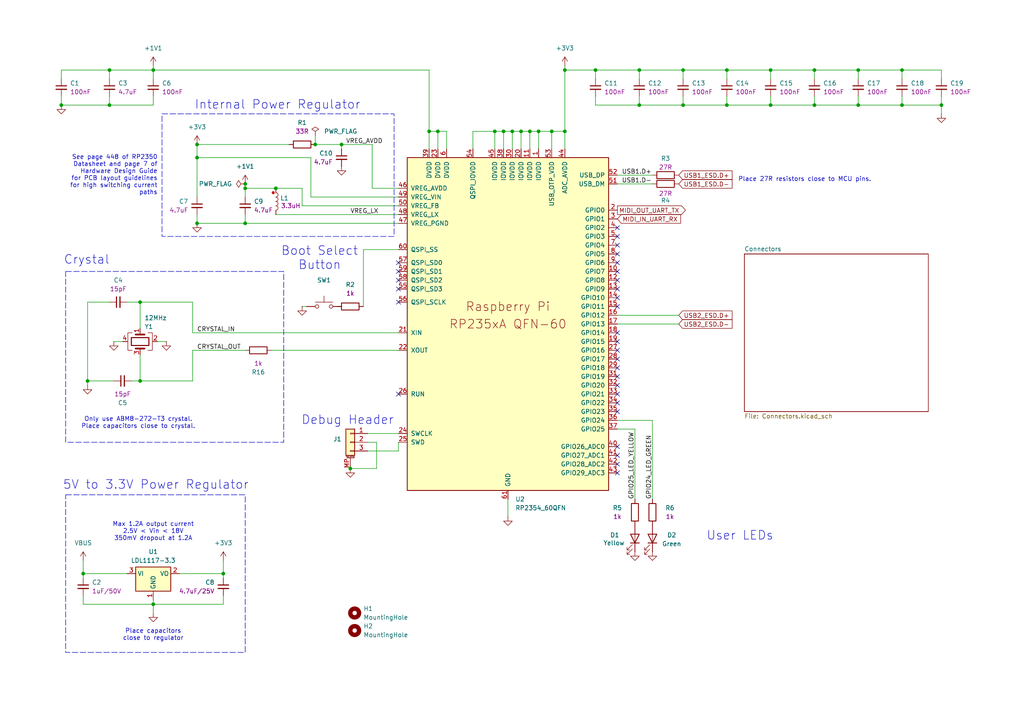
<source format=kicad_sch>
(kicad_sch (version 20250114) (generator "eeschema") (generator_version "9.0")
  (paper "A4")
  (lib_symbols
    (symbol "Lichen:100nF_0402_50V" (pin_numbers (hide yes)) (pin_names (offset 0.254) (hide yes))
      (property "Reference" "C12" (at 2.54 1.2638 0))
      (property "Display" "100nF" (at 2.54 -1.2762 0))
      (symbol "100nF_0402_50V_1_1"
        (pin passive line (at 0 2.54 270) (length 2.032) (name "~") (number "1"))
        (pin passive line (at 0 -2.54 90) (length 2.032) (name "~") (number "2"))
      )
    )
    (symbol "Lichen:15pF_0402" (pin_numbers (hide yes)) (pin_names (offset 0.254) (hide yes))
      (property "Reference" "C18" (at 2.54 1.2638 0))
      (property "Display" "15pF" (at 2.54 -1.2762 0))
      (symbol "15pF_0402_1_1"
        (pin passive line (at 0 2.54 270) (length 2.032) (name "~") (number "1"))
        (pin passive line (at 0 -2.54 90) (length 2.032) (name "~") (number "2"))
      )
    )
    (symbol "Lichen:1k_0402" (pin_numbers (hide yes)) (pin_names (offset 0))
      (property "Reference" "R6" (at -5.08 -1.27 0))
      (property "Display" "1k" (at -5.08 1.27 0))
      (symbol "1k_0402_1_1"
        (pin passive line (at 0 3.81 270) (length 1.27) (name "~") (number "1"))
        (pin passive line (at 0 -3.81 90) (length 1.27) (name "~") (number "2"))
      )
    )
    (symbol "Lichen:1uF_0805_50V" (pin_numbers (hide yes)) (pin_names (offset 0.254) (hide yes))
      (property "Reference" "C1" (at 2.54 1.2638 0))
      (property "Display" "1uF/50V" (at 2.54 -1.2762 0))
      (symbol "1uF_0805_50V_1_1"
        (pin passive line (at 0 2.54 270) (length 2.032) (name "~") (number "1"))
        (pin passive line (at 0 -2.54 90) (length 2.032) (name "~") (number "2"))
      )
    )
    (symbol "Lichen:27R_0402" (pin_numbers (hide yes)) (pin_names (offset 0))
      (property "Reference" "R3" (at 4.826 0 90))
      (property "Display" "27R" (at 2.286 0 90))
      (symbol "27R_0402_1_1"
        (pin passive line (at 0 3.81 270) (length 1.27) (name "~") (number "1"))
        (pin passive line (at 0 -3.81 90) (length 1.27) (name "~") (number "2"))
      )
    )
    (symbol "Lichen:33R_0402" (pin_numbers (hide yes)) (pin_names (offset 0))
      (property "Reference" "R1" (at 6.35 0 90))
      (property "Display" "33R" (at 3.81 0 90))
      (symbol "33R_0402_1_1"
        (pin passive line (at 0 3.81 270) (length 1.27) (name "~") (number "1"))
        (pin passive line (at 0 -3.81 90) (length 1.27) (name "~") (number "2"))
      )
    )
    (symbol "Lichen:4.7uF_0402" (pin_numbers (hide yes)) (pin_names (offset 0.254) (hide yes))
      (property "Reference" "C3" (at 2.54 1.2638 0))
      (property "Display" "4.7uF" (at 2.54 -1.2762 0))
      (symbol "4.7uF_0402_1_1"
        (pin passive line (at 0 2.54 270) (length 2.032) (name "~") (number "1"))
        (pin passive line (at 0 -2.54 90) (length 2.032) (name "~") (number "2"))
      )
    )
    (symbol "Lichen:4.7uF_0805_25V" (pin_numbers (hide yes)) (pin_names (offset 0.254) (hide yes))
      (property "Reference" "C2" (at 2.54 1.2638 0))
      (property "Display" "4.7uF/25V" (at 2.54 -1.2762 0))
      (symbol "4.7uF_0805_25V_1_1"
        (pin passive line (at 0 2.54 270) (length 2.032) (name "~") (number "1"))
        (pin passive line (at 0 -2.54 90) (length 2.032) (name "~") (number "2"))
      )
    )
    (symbol "Lichen:Button_Switch_SMD_Push_1P1T_Wurth" (pin_numbers (hide yes)) (pin_names (offset 1.016) (hide yes))
      (property "Reference" "SW1" (at 0 7.62 0))
      (symbol "Button_Switch_SMD_Push_1P1T_Wurth_0_1"
        (pin passive line (at -5.08 0 0) (length 2.54) (name "1") (number "1"))
        (pin passive line (at 5.08 0 180) (length 2.54) (name "2") (number "2"))
      )
    )
    (symbol "Lichen:Crystal_12MHz_Abracon_ABM8-272-T3" (pin_names (offset 1.016) (hide yes))
      (property "Reference" "Y1" (at 7.366 -9.906 90))
      (property "Value" "Crystal_12MHz_Abracon_ABM8-272-T3" (at 4.826 -9.906 90))
      (symbol "Crystal_12MHz_Abracon_ABM8-272-T3_1_1"
        (pin passive line (at -3.81 0 0) (length 1.27) (name "1") (number "1"))
        (pin passive line (at 0 5.08 270) (length 1.27) (name "2") (number "2"))
        (pin passive line (at 0 -5.08 90) (length 1.27) (name "4") (number "4"))
        (pin passive line (at 3.81 0 180) (length 1.27) (name "3") (number "3"))
      )
    )
    (symbol "Lichen:LDL1117S33R"
      (property "Reference" "U1" (at 0 6.35 0))
      (property "Value" "LDL1117-3.3" (at 0 3.81 0))
      (symbol "LDL1117S33R_1_1"
        (pin power_in line (at -7.62 0 0) (length 2.54) (name "VI") (number "3"))
        (pin power_in line (at 0 -7.62 90) (length 2.54) (name "GND") (number "1"))
        (pin power_out line (at 7.62 0 180) (length 2.54) (name "VO") (number "2"))
      )
    )
    (symbol "Lichen:LED_0805_JLC_Basic" (pin_numbers (hide yes)) (pin_names (offset 1.016) (hide yes))
      (property "Reference" "D1" (at -1.5875 6.35 0))
      (property "Value" "LED_0805_JLC_Basic" (at -1.5875 3.81 0))
      (symbol "LED_0805_JLC_Basic_1_1"
        (pin passive line (at -3.81 0 0) (length 2.54) (name "K") (number "1"))
        (pin passive line (at 3.81 0 180) (length 2.54) (name "A") (number "2"))
      )
    )
    (symbol "Lichen:L_Polarized" (pin_numbers (hide yes)) (pin_names (offset 1.016) (hide yes))
      (property "Reference" "L1" (at 1.27 0.9417 0))
      (property "Display" "3.3uH" (at 4.318 -1.27 0))
      (symbol "L_Polarized_1_1"
        (pin passive line (at 0 3.81 270) (length 1.27) (name "1") (number "1"))
        (pin passive line (at 0 -3.81 90) (length 1.27) (name "2") (number "2"))
      )
    )
    (symbol "Lichen:MountingHole_M2_No_Pad" (pin_names (offset 1.016)) (in_bom no)
      (property "Reference" "H1" (at 2.54 1.2701 0))
      (property "Value" "MountingHole_M2_No_Pad" (at 2.54 -1.2699 0))
    )
    (symbol "Lichen:RP235x_60QFN" (pin_names (offset 1.016))
      (property "Reference" "U2" (at 2.1433 -50.8 0))
      (property "Value" "RP2354_60QFN" (at 2.1433 -53.34 0))
      (symbol "RP235x_60QFN_0_0"
        (text "Raspberry Pi" (at 0 5.08 0) (effects (font (size 2.54 2.54))))
      )
      (symbol "RP235x_60QFN_1_1"
        (text "RP235xA QFN-60" (at 0 0 0) (effects (font (size 2.54 2.54))))
        (pin power_in line (at -31.75 39.37 0) (length 2.54) (name "VREG_AVDD") (number "46"))
        (pin power_in line (at -31.75 36.83 0) (length 2.54) (name "VREG_VIN") (number "49"))
        (pin input line (at -31.75 34.29 0) (length 2.54) (name "VREG_FB") (number "50"))
        (pin power_out line (at -31.75 31.75 0) (length 2.54) (name "VREG_LX") (number "48"))
        (pin power_in line (at -31.75 29.21 0) (length 2.54) (name "VREG_PGND") (number "47"))
        (pin bidirectional line (at -31.75 21.59 0) (length 2.54) (name "QSPI_SS") (number "60"))
        (pin bidirectional line (at -31.75 17.78 0) (length 2.54) (name "QSPI_SD0") (number "57"))
        (pin bidirectional line (at -31.75 15.24 0) (length 2.54) (name "QSPI_SD1") (number "59"))
        (pin bidirectional line (at -31.75 12.7 0) (length 2.54) (name "QSPI_SD2") (number "58"))
        (pin bidirectional line (at -31.75 10.16 0) (length 2.54) (name "QSPI_SD3") (number "55"))
        (pin output line (at -31.75 6.35 0) (length 2.54) (name "QSPI_SCLK") (number "56"))
        (pin input line (at -31.75 -2.54 0) (length 2.54) (name "XIN") (number "21"))
        (pin passive line (at -31.75 -7.62 0) (length 2.54) (name "XOUT") (number "22"))
        (pin input line (at -31.75 -20.32 0) (length 2.54) (name "RUN") (number "26"))
        (pin output line (at -31.75 -31.75 0) (length 2.54) (name "SWCLK") (number "24"))
        (pin bidirectional line (at -31.75 -34.29 0) (length 2.54) (name "SWD") (number "25"))
        (pin power_in line (at -22.86 50.8 270) (length 2.54) (name "DVDD") (number "39"))
        (pin power_in line (at -20.32 50.8 270) (length 2.54) (name "DVDD") (number "23"))
        (pin power_in line (at -17.78 50.8 270) (length 2.54) (name "DVDD") (number "6"))
        (pin power_in line (at -10.16 50.8 270) (length 2.54) (name "QSPI_IOVDD") (number "54"))
        (pin power_in line (at -3.81 50.8 270) (length 2.54) (name "IOVDD") (number "45"))
        (pin power_in line (at -1.27 50.8 270) (length 2.54) (name "IOVDD") (number "38"))
        (pin power_in line (at 0 -50.8 90) (length 2.54) (name "GND") (number "61"))
        (pin power_in line (at 1.27 50.8 270) (length 2.54) (name "IOVDD") (number "30"))
        (pin power_in line (at 3.81 50.8 270) (length 2.54) (name "IOVDD") (number "20"))
        (pin power_in line (at 6.35 50.8 270) (length 2.54) (name "IOVDD") (number "11"))
        (pin power_in line (at 8.89 50.8 270) (length 2.54) (name "IOVDD") (number "1"))
        (pin power_in line (at 12.7 50.8 270) (length 2.54) (name "USB_OTP_VDD") (number "53"))
        (pin power_in line (at 16.51 50.8 270) (length 2.54) (name "ADC_AVDD") (number "44"))
        (pin bidirectional line (at 31.75 43.18 180) (length 2.54) (name "USB_DP") (number "52"))
        (pin bidirectional line (at 31.75 40.64 180) (length 2.54) (name "USB_DM") (number "51"))
        (pin bidirectional line (at 31.75 33.02 180) (length 2.54) (name "GPIO0") (number "2"))
        (pin bidirectional line (at 31.75 30.48 180) (length 2.54) (name "GPIO1") (number "3"))
        (pin bidirectional line (at 31.75 27.94 180) (length 2.54) (name "GPIO2") (number "4"))
        (pin bidirectional line (at 31.75 25.4 180) (length 2.54) (name "GPIO3") (number "5"))
        (pin bidirectional line (at 31.75 22.86 180) (length 2.54) (name "GPIO4") (number "7"))
        (pin bidirectional line (at 31.75 20.32 180) (length 2.54) (name "GPIO5") (number "8"))
        (pin bidirectional line (at 31.75 17.78 180) (length 2.54) (name "GPIO6") (number "9"))
        (pin bidirectional line (at 31.75 15.24 180) (length 2.54) (name "GPIO7") (number "10"))
        (pin bidirectional line (at 31.75 12.7 180) (length 2.54) (name "GPIO8") (number "12"))
        (pin bidirectional line (at 31.75 10.16 180) (length 2.54) (name "GPIO9") (number "13"))
        (pin bidirectional line (at 31.75 7.62 180) (length 2.54) (name "GPIO10") (number "14"))
        (pin bidirectional line (at 31.75 5.08 180) (length 2.54) (name "GPIO11") (number "15"))
        (pin bidirectional line (at 31.75 2.54 180) (length 2.54) (name "GPIO12") (number "16"))
        (pin bidirectional line (at 31.75 0 180) (length 2.54) (name "GPIO13") (number "17"))
        (pin bidirectional line (at 31.75 -2.54 180) (length 2.54) (name "GPIO14") (number "18"))
        (pin bidirectional line (at 31.75 -5.08 180) (length 2.54) (name "GPIO15") (number "19"))
        (pin bidirectional line (at 31.75 -7.62 180) (length 2.54) (name "GPIO16") (number "27"))
        (pin bidirectional line (at 31.75 -10.16 180) (length 2.54) (name "GPIO17") (number "28"))
        (pin bidirectional line (at 31.75 -12.7 180) (length 2.54) (name "GPIO18") (number "29"))
        (pin bidirectional line (at 31.75 -15.24 180) (length 2.54) (name "GPIO19") (number "31"))
        (pin bidirectional line (at 31.75 -17.78 180) (length 2.54) (name "GPIO20") (number "32"))
        (pin bidirectional line (at 31.75 -20.32 180) (length 2.54) (name "GPIO21") (number "33"))
        (pin bidirectional line (at 31.75 -22.86 180) (length 2.54) (name "GPIO22") (number "34"))
        (pin bidirectional line (at 31.75 -25.4 180) (length 2.54) (name "GPIO23") (number "35"))
        (pin bidirectional line (at 31.75 -27.94 180) (length 2.54) (name "GPIO24") (number "36"))
        (pin bidirectional line (at 31.75 -30.48 180) (length 2.54) (name "GPIO25") (number "37"))
        (pin bidirectional line (at 31.75 -35.56 180) (length 2.54) (name "GPIO26_ADC0") (number "40"))
        (pin bidirectional line (at 31.75 -38.1 180) (length 2.54) (name "GPIO27_ADC1") (number "41"))
        (pin bidirectional line (at 31.75 -40.64 180) (length 2.54) (name "GPIO28_ADC2") (number "42"))
        (pin bidirectional line (at 31.75 -43.18 180) (length 2.54) (name "GPIO29_ADC3") (number "43"))
      )
    )
    (symbol "Lichen:Raspberry_Pi_Pico_Debug_Header_JST" (pin_names (offset 1.016) (hide yes))
      (property "Reference" "J1" (at 2.54 0.9145 0))
      (symbol "Raspberry_Pi_Pico_Debug_Header_JST_1_1"
        (text "Mounting" (at 0 -4.191 0) (effects (font (size 0.381 0.381))))
        (pin passive line (at -5.08 2.54 0) (length 3.81) (name "Pin_1") (number "1"))
        (pin passive line (at -5.08 0 0) (length 3.81) (name "Pin_2") (number "2"))
        (pin passive line (at -5.08 -2.54 0) (length 3.81) (name "Pin_3") (number "3"))
        (pin passive line (at 0 -7.62 90) (length 3.048) (name "MountPin") (number "MP"))
      )
    )
    (symbol "power:+1V1" (power) (pin_numbers (hide yes)) (pin_names (offset 0) (hide yes))
      (property "Value" "+1V1" (at 0 3.556 0))
      (symbol "+1V1_1_1"
        (pin power_in line (at 0 0 90) (length 0) (name "~") (number "1"))
      )
    )
    (symbol "power:+3V3" (power) (pin_numbers (hide yes)) (pin_names (offset 0) (hide yes))
      (property "Value" "+3V3" (at 0 3.556 0))
      (symbol "+3V3_1_1"
        (pin power_in line (at 0 0 90) (length 0) (name "~") (number "1"))
      )
    )
    (symbol "power:GND" (power) (pin_numbers (hide yes)) (pin_names (offset 0) (hide yes))
      (property "Value" "GND" (at 0 -3.81 0))
      (symbol "GND_1_1"
        (pin power_in line (at 0 0 270) (length 0) (name "~") (number "1"))
      )
    )
    (symbol "power:PWR_FLAG" (power) (pin_numbers (hide yes)) (pin_names (offset 0) (hide yes))
      (property "Value" "PWR_FLAG" (at 0 3.81 0))
      (symbol "PWR_FLAG_0_0"
        (pin power_out line (at 0 0 90) (length 0) (name "~") (number "1"))
      )
    )
    (symbol "power:VBUS" (power) (pin_numbers (hide yes)) (pin_names (offset 0) (hide yes))
      (property "Value" "VBUS" (at 0 3.556 0))
      (symbol "VBUS_1_1"
        (pin power_in line (at 0 0 90) (length 0) (name "~") (number "1"))
      )
    )
  )
  (rectangle (start 19.05 143.51) (end 71.12 189.23) (stroke (width 0) (type dash)))
  (rectangle (start 46.99 33.02) (end 114.3 68.58) (stroke (width 0) (type dash)))
  (rectangle (start 19.05 78.74) (end 82.296 128.27) (stroke (width 0) (type dash)))
  (text "Place capacitors\nclose to regulator" (at 44.45 184.15 0) (effects (font (size 1.27 1.27))))
  (text "Place 27R resistors close to MCU pins." (at 233.426 52.07 0) (effects (font (size 1.27 1.27))))
  (text "5V to 3.3V Power Regulator" (at 45.212 140.716 0) (effects (font (size 2.54 2.54))))
  (text "Max 1.2A output current\n2.5V < Vin < 18V\n350mV dropout at 1.2A\n" (at 44.45 154.178 0) (effects (font (size 1.27 1.27))))
  (text "Debug Header" (at 100.838 121.92 0) (effects (font (size 2.54 2.54))))
  (text "Boot Select\nButton" (at 92.71 74.93 0) (effects (font (size 2.54 2.54))))
  (text "See page 448 of RP2350\nDatasheet and page 7 of\nHardware Design Guide\nfor PCB layout guidelines\nfor high switching current\npaths" (at 45.72 50.8 0) (effects (font (size 1.27 1.27)) (justify right)))
  (text "User LEDs" (at 214.63 155.448 0) (effects (font (size 2.54 2.54))))
  (text "Internal Power Regulator" (at 80.518 30.48 0) (effects (font (size 2.54 2.54))))
  (text "Crystal" (at 25.146 75.438 0) (effects (font (size 2.54 2.54))))
  (text "Only use ABM8-272-T3 crystal.\nPlace capacitors close to crystal." (at 40.132 122.682 0) (effects (font (size 1.27 1.27))))
  (junction (at 160.02 38.1))
  (junction (at 198.12 20.32))
  (junction (at 223.52 30.48))
  (junction (at 198.12 30.48))
  (junction (at 185.42 30.48))
  (junction (at 31.75 30.48))
  (junction (at 124.46 38.1))
  (junction (at 40.64 87.63))
  (junction (at 223.52 20.32))
  (junction (at 185.42 20.32))
  (junction (at 71.12 53.34))
  (junction (at 156.21 38.1))
  (junction (at 210.82 30.48))
  (junction (at 273.05 30.48))
  (junction (at 148.59 38.1))
  (junction (at 151.13 38.1))
  (junction (at 91.44 41.91))
  (junction (at 153.67 38.1))
  (junction (at 71.12 64.77))
  (junction (at 248.92 20.32))
  (junction (at 57.15 45.72))
  (junction (at 210.82 20.32))
  (junction (at 24.13 166.37))
  (junction (at 71.12 54.61))
  (junction (at 31.75 20.32))
  (junction (at 80.01 54.61))
  (junction (at 163.83 38.1))
  (junction (at 127 38.1))
  (junction (at 143.51 38.1))
  (junction (at 99.06 41.91))
  (junction (at 17.78 30.48))
  (junction (at 40.64 110.49))
  (junction (at 248.92 30.48))
  (junction (at 236.22 30.48))
  (junction (at 57.15 64.77))
  (junction (at 44.45 20.32))
  (junction (at 261.62 30.48))
  (junction (at 146.05 38.1))
  (junction (at 25.4 110.49))
  (junction (at 57.15 41.91))
  (junction (at 236.22 20.32))
  (junction (at 172.72 20.32))
  (junction (at 44.45 175.26))
  (junction (at 64.77 166.37))
  (junction (at 101.6 135.89))
  (junction (at 163.83 20.32))
  (junction (at 261.62 20.32))
  (no_connect (at 179.07 66.04))
  (no_connect (at 179.07 109.22))
  (no_connect (at 179.07 68.58))
  (no_connect (at 179.07 106.68))
  (no_connect (at 179.07 104.14))
  (no_connect (at 179.07 111.76))
  (no_connect (at 179.07 81.28))
  (no_connect (at 179.07 114.3))
  (no_connect (at 179.07 134.62))
  (no_connect (at 179.07 129.54))
  (no_connect (at 179.07 83.82))
  (no_connect (at 179.07 88.9))
  (no_connect (at 179.07 119.38))
  (no_connect (at 115.57 76.2))
  (no_connect (at 115.57 81.28))
  (no_connect (at 179.07 71.12))
  (no_connect (at 179.07 86.36))
  (no_connect (at 179.07 101.6))
  (no_connect (at 179.07 78.74))
  (no_connect (at 179.07 73.66))
  (no_connect (at 179.07 137.16))
  (no_connect (at 115.57 83.82))
  (no_connect (at 179.07 99.06))
  (no_connect (at 179.07 96.52))
  (no_connect (at 179.07 76.2))
  (no_connect (at 179.07 132.08))
  (no_connect (at 115.57 78.74))
  (no_connect (at 179.07 116.84))
  (no_connect (at 115.57 114.3))
  (no_connect (at 115.57 87.63))
  (wire (pts (xy 236.22 30.48) (xy 223.52 30.48)))
  (wire (pts (xy 146.05 38.1) (xy 146.05 43.18)))
  (wire (pts (xy 148.59 38.1) (xy 151.13 38.1)))
  (wire (pts (xy 55.88 101.6) (xy 55.88 110.49)))
  (wire (pts (xy 153.67 38.1) (xy 156.21 38.1)))
  (wire (pts (xy 198.12 30.48) (xy 185.42 30.48)))
  (wire (pts (xy 198.12 20.32) (xy 210.82 20.32)))
  (wire (pts (xy 151.13 38.1) (xy 153.67 38.1)))
  (wire (pts (xy 48.26 99.06) (xy 45.72 99.06)))
  (wire (pts (xy 147.32 149.86) (xy 147.32 144.78)))
  (wire (pts (xy 261.62 27.94) (xy 261.62 30.48)))
  (wire (pts (xy 115.57 130.81) (xy 115.57 128.27)))
  (wire (pts (xy 31.75 27.94) (xy 31.75 30.48)))
  (wire (pts (xy 106.68 130.81) (xy 115.57 130.81)))
  (wire (pts (xy 57.15 57.15) (xy 57.15 45.72)))
  (wire (pts (xy 57.15 62.23) (xy 57.15 64.77)))
  (wire (pts (xy 40.64 87.63) (xy 40.64 95.25)))
  (wire (pts (xy 248.92 20.32) (xy 248.92 22.86)))
  (wire (pts (xy 64.77 166.37) (xy 64.77 167.64)))
  (wire (pts (xy 160.02 38.1) (xy 163.83 38.1)))
  (wire (pts (xy 24.13 175.26) (xy 44.45 175.26)))
  (wire (pts (xy 179.07 121.92) (xy 189.23 121.92)))
  (wire (pts (xy 143.51 38.1) (xy 146.05 38.1)))
  (wire (pts (xy 24.13 167.64) (xy 24.13 166.37)))
  (wire (pts (xy 196.85 93.98) (xy 179.07 93.98)))
  (wire (pts (xy 55.88 110.49) (xy 40.64 110.49)))
  (wire (pts (xy 44.45 19.05) (xy 44.45 20.32)))
  (wire (pts (xy 31.75 20.32) (xy 31.75 22.86)))
  (wire (pts (xy 236.22 27.94) (xy 236.22 30.48)))
  (wire (pts (xy 261.62 20.32) (xy 273.05 20.32)))
  (wire (pts (xy 87.63 59.69) (xy 115.57 59.69)))
  (wire (pts (xy 31.75 20.32) (xy 44.45 20.32)))
  (wire (pts (xy 163.83 19.05) (xy 163.83 20.32)))
  (wire (pts (xy 33.02 110.49) (xy 25.4 110.49)))
  (wire (pts (xy 78.74 101.6) (xy 115.57 101.6)))
  (wire (pts (xy 172.72 20.32) (xy 172.72 22.86)))
  (wire (pts (xy 40.64 110.49) (xy 40.64 102.87)))
  (wire (pts (xy 90.17 57.15) (xy 115.57 57.15)))
  (wire (pts (xy 129.54 43.18) (xy 129.54 38.1)))
  (wire (pts (xy 189.23 53.34) (xy 179.07 53.34)))
  (wire (pts (xy 24.13 162.56) (xy 24.13 166.37)))
  (wire (pts (xy 189.23 121.92) (xy 189.23 144.78)))
  (wire (pts (xy 124.46 20.32) (xy 44.45 20.32)))
  (wire (pts (xy 210.82 20.32) (xy 223.52 20.32)))
  (wire (pts (xy 198.12 20.32) (xy 198.12 22.86)))
  (wire (pts (xy 44.45 30.48) (xy 31.75 30.48)))
  (wire (pts (xy 185.42 27.94) (xy 185.42 30.48)))
  (wire (pts (xy 87.63 88.9) (xy 88.9 88.9)))
  (wire (pts (xy 25.4 87.63) (xy 25.4 110.49)))
  (wire (pts (xy 71.12 62.23) (xy 71.12 64.77)))
  (wire (pts (xy 91.44 39.37) (xy 91.44 41.91)))
  (wire (pts (xy 71.12 64.77) (xy 115.57 64.77)))
  (wire (pts (xy 184.15 124.46) (xy 184.15 144.78)))
  (wire (pts (xy 156.21 38.1) (xy 160.02 38.1)))
  (wire (pts (xy 107.95 54.61) (xy 115.57 54.61)))
  (wire (pts (xy 99.06 41.91) (xy 99.06 43.18)))
  (wire (pts (xy 80.01 54.61) (xy 87.63 54.61)))
  (wire (pts (xy 17.78 20.32) (xy 31.75 20.32)))
  (wire (pts (xy 71.12 57.15) (xy 71.12 54.61)))
  (wire (pts (xy 223.52 30.48) (xy 210.82 30.48)))
  (wire (pts (xy 148.59 38.1) (xy 148.59 43.18)))
  (wire (pts (xy 172.72 30.48) (xy 172.72 27.94)))
  (wire (pts (xy 97.79 88.9) (xy 99.06 88.9)))
  (wire (pts (xy 31.75 87.63) (xy 25.4 87.63)))
  (wire (pts (xy 163.83 20.32) (xy 163.83 38.1)))
  (wire (pts (xy 261.62 20.32) (xy 261.62 22.86)))
  (wire (pts (xy 163.83 43.18) (xy 163.83 38.1)))
  (wire (pts (xy 109.22 128.27) (xy 109.22 135.89)))
  (wire (pts (xy 91.44 41.91) (xy 99.06 41.91)))
  (wire (pts (xy 71.12 54.61) (xy 80.01 54.61)))
  (wire (pts (xy 151.13 38.1) (xy 151.13 43.18)))
  (wire (pts (xy 210.82 20.32) (xy 210.82 22.86)))
  (wire (pts (xy 57.15 45.72) (xy 90.17 45.72)))
  (wire (pts (xy 44.45 27.94) (xy 44.45 30.48)))
  (wire (pts (xy 189.23 50.8) (xy 179.07 50.8)))
  (wire (pts (xy 273.05 20.32) (xy 273.05 22.86)))
  (wire (pts (xy 64.77 172.72) (xy 64.77 175.26)))
  (wire (pts (xy 64.77 162.56) (xy 64.77 166.37)))
  (wire (pts (xy 146.05 38.1) (xy 148.59 38.1)))
  (wire (pts (xy 185.42 20.32) (xy 198.12 20.32)))
  (wire (pts (xy 236.22 20.32) (xy 248.92 20.32)))
  (wire (pts (xy 160.02 38.1) (xy 160.02 43.18)))
  (wire (pts (xy 55.88 101.6) (xy 71.12 101.6)))
  (wire (pts (xy 55.88 96.52) (xy 115.57 96.52)))
  (wire (pts (xy 17.78 22.86) (xy 17.78 20.32)))
  (wire (pts (xy 105.41 88.9) (xy 105.41 72.39)))
  (wire (pts (xy 129.54 38.1) (xy 127 38.1)))
  (wire (pts (xy 55.88 96.52) (xy 55.88 87.63)))
  (wire (pts (xy 153.67 38.1) (xy 153.67 43.18)))
  (wire (pts (xy 248.92 30.48) (xy 236.22 30.48)))
  (wire (pts (xy 156.21 38.1) (xy 156.21 43.18)))
  (wire (pts (xy 124.46 20.32) (xy 124.46 38.1)))
  (wire (pts (xy 198.12 27.94) (xy 198.12 30.48)))
  (wire (pts (xy 163.83 20.32) (xy 172.72 20.32)))
  (wire (pts (xy 33.02 99.06) (xy 35.56 99.06)))
  (wire (pts (xy 210.82 27.94) (xy 210.82 30.48)))
  (wire (pts (xy 24.13 172.72) (xy 24.13 175.26)))
  (wire (pts (xy 80.01 62.23) (xy 115.57 62.23)))
  (wire (pts (xy 223.52 20.32) (xy 236.22 20.32)))
  (wire (pts (xy 105.41 72.39) (xy 115.57 72.39)))
  (wire (pts (xy 25.4 111.76) (xy 25.4 110.49)))
  (wire (pts (xy 71.12 53.34) (xy 71.12 54.61)))
  (wire (pts (xy 17.78 27.94) (xy 17.78 30.48)))
  (wire (pts (xy 99.06 41.91) (xy 107.95 41.91)))
  (wire (pts (xy 106.68 128.27) (xy 109.22 128.27)))
  (wire (pts (xy 248.92 20.32) (xy 261.62 20.32)))
  (wire (pts (xy 127 38.1) (xy 124.46 38.1)))
  (wire (pts (xy 124.46 38.1) (xy 124.46 43.18)))
  (wire (pts (xy 107.95 54.61) (xy 107.95 41.91)))
  (wire (pts (xy 38.1 110.49) (xy 40.64 110.49)))
  (wire (pts (xy 36.83 166.37) (xy 24.13 166.37)))
  (wire (pts (xy 52.07 166.37) (xy 64.77 166.37)))
  (wire (pts (xy 261.62 30.48) (xy 248.92 30.48)))
  (wire (pts (xy 90.17 45.72) (xy 90.17 57.15)))
  (wire (pts (xy 31.75 30.48) (xy 17.78 30.48)))
  (wire (pts (xy 87.63 59.69) (xy 87.63 54.61)))
  (wire (pts (xy 106.68 125.73) (xy 115.57 125.73)))
  (wire (pts (xy 196.85 91.44) (xy 179.07 91.44)))
  (wire (pts (xy 210.82 30.48) (xy 198.12 30.48)))
  (wire (pts (xy 36.83 87.63) (xy 40.64 87.63)))
  (wire (pts (xy 44.45 20.32) (xy 44.45 22.86)))
  (wire (pts (xy 109.22 135.89) (xy 101.6 135.89)))
  (wire (pts (xy 64.77 175.26) (xy 44.45 175.26)))
  (wire (pts (xy 273.05 30.48) (xy 261.62 30.48)))
  (wire (pts (xy 223.52 27.94) (xy 223.52 30.48)))
  (wire (pts (xy 83.82 41.91) (xy 57.15 41.91)))
  (wire (pts (xy 44.45 177.8) (xy 44.45 175.26)))
  (wire (pts (xy 143.51 38.1) (xy 143.51 43.18)))
  (wire (pts (xy 55.88 87.63) (xy 40.64 87.63)))
  (wire (pts (xy 127 43.18) (xy 127 38.1)))
  (wire (pts (xy 137.16 38.1) (xy 143.51 38.1)))
  (wire (pts (xy 57.15 64.77) (xy 71.12 64.77)))
  (wire (pts (xy 185.42 30.48) (xy 172.72 30.48)))
  (wire (pts (xy 273.05 27.94) (xy 273.05 30.48)))
  (wire (pts (xy 185.42 20.32) (xy 185.42 22.86)))
  (wire (pts (xy 57.15 41.91) (xy 57.15 45.72)))
  (wire (pts (xy 137.16 43.18) (xy 137.16 38.1)))
  (wire (pts (xy 179.07 124.46) (xy 184.15 124.46)))
  (wire (pts (xy 273.05 33.02) (xy 273.05 30.48)))
  (wire (pts (xy 248.92 27.94) (xy 248.92 30.48)))
  (wire (pts (xy 236.22 20.32) (xy 236.22 22.86)))
  (wire (pts (xy 172.72 20.32) (xy 185.42 20.32)))
  (wire (pts (xy 44.45 175.26) (xy 44.45 173.99)))
  (wire (pts (xy 223.52 20.32) (xy 223.52 22.86)))
  (label "USB1.D+" (at 180.34 50.8 0))
  (label "GPIO25_LED_YELLOW" (at 184.15 144.78 90))
  (label "USB1.D-" (at 180.34 53.34 0))
  (label "VREG_AVDD" (at 100.33 41.91 0))
  (label "VREG_LX" (at 101.6 62.23 0))
  (label "GPIO24_LED_GREEN" (at 189.23 144.78 90))
  (label "CRYSTAL_OUT" (at 57.15 101.6 0))
  (label "CRYSTAL_IN" (at 57.15 96.52 0))
  (global_label "USB2_ESD.D-" (shape input) (at 196.85 93.98 0) (property "Intersheetrefs" "${INTERSHEET_REFS}" (effects (hide yes))))
  (global_label "USB1_ESD.D+" (shape input) (at 196.85 50.8 0) (property "Intersheetrefs" "${INTERSHEET_REFS}" (effects (hide yes))))
  (global_label "USB2_ESD.D+" (shape input) (at 196.85 91.44 0) (property "Intersheetrefs" "${INTERSHEET_REFS}" (effects (hide yes))))
  (global_label "USB1_ESD.D-" (shape input) (at 196.85 53.34 0) (property "Intersheetrefs" "${INTERSHEET_REFS}" (effects (hide yes))))
  (global_label "MIDI_IN_UART_RX" (shape input) (at 179.07 63.5 0) (property "Intersheetrefs" "${INTERSHEET_REFS}" (effects (hide yes))))
  (global_label "MIDI_OUT_UART_TX" (shape output) (at 179.07 60.96 0) (property "Intersheetrefs" "${INTERSHEET_REFS}" (effects (hide yes))))
  (symbol (lib_id "Lichen:Raspberry_Pi_Pico_Debug_Header_JST") (at 101.6 128.27 0) (mirror y) (unit 1)
    (property "Reference" "J1" (at 99.06 127.3555 0) (effects (justify left)))
    (property "Value" "Conn_01x03_MountingPin" (effects (hide yes)))
    (property "Footprint" "Lichen:JST_SH_SM03B-SRSS-TB_1x03-1MP_P1.00mm_Horizontal" (effects (hide yes)))
    (property "Datasheet" "https://jlcpcb.com/api/file/downloadByFileSystemAccessId/8588909270696415232" (effects (hide yes)))
    (property "Description" "1A 1mm 1x3P 2.9mm 4.32mm 50V Right Angle SMD" (effects (hide yes)))
    (property "Manufacturer" " JST" (effects (hide yes)))
    (property "Part Number" "SM03B-SRSS-TB" (effects (hide yes)))
    (property "LCSC" "C160403" (effects (hide yes)))
  )
  (symbol (lib_id "power:PWR_FLAG") (at 91.44 39.37 0) (unit 1)
    (property "Reference" "#FLG04" (effects (hide yes)))
    (property "Value" "PWR_FLAG" (at 93.9865 38.0999 0) (effects (justify left)))
    (property "Description" "Special symbol for telling ERC where power comes from" (effects (hide yes)))
  )
  (symbol (lib_id "Lichen:100nF_0402_50V") (at 185.42 25.4 0) (unit 1)
    (property "Reference" "C12" (at 187.96 24.1362 0) (effects (justify left)))
    (property "Value" "100nF_0402_16V" (effects (hide yes)))
    (property "Footprint" "RP2350_60QFN_minimal:C_0402_1005Metric_small_pads" (effects (hide yes)))
    (property "Datasheet" "https://jlcpcb.com/api/file/downloadByFileSystemAccessId/8554627388281098240" (effects (hide yes)))
    (property "Description" "100nF 50V X7R ±10% 0402" (effects (hide yes)))
    (property "Specifications" "100nF 50V X7R ±10% 0402" (effects (hide yes)))
    (property "Manufacturer" "Samsung Electro-Mechanics" (effects (hide yes)))
    (property "Part Number" "CL05B104KB54PNC" (effects (hide yes)))
    (property "Display" "100nF" (at 187.96 26.6762 0) (effects (justify left)))
    (property "LCSC" "C307331" (effects (hide yes)))
  )
  (symbol (lib_id "power:+1V1") (at 44.45 19.05 0) (unit 1)
    (property "Reference" "#PWR05" (effects (hide yes)))
    (property "Value" "+1V1" (at 44.45 13.97 0))
    (property "Description" "Power symbol creates a global label with name \"+1V1\"" (effects (hide yes)))
  )
  (symbol (lib_id "Lichen:4.7uF_0402") (at 57.15 59.69 0) (mirror y) (unit 1)
    (property "Reference" "C7" (at 54.61 58.4262 0) (effects (justify left)))
    (property "Value" "4.7uF_0402" (effects (hide yes)))
    (property "Footprint" "RP2350_60QFN_minimal:C_0402_1005Metric_small_pads" (effects (hide yes)))
    (property "Datasheet" "https://jlcpcb.com/api/file/downloadByFileSystemAccessId/8579707315714920448" (effects (hide yes)))
    (property "Description" "10V 4.7uF X5R ±20% 0402" (effects (hide yes)))
    (property "Specifications" "10V 4.7uF X5R ±20% 0402" (effects (hide yes)))
    (property "Manufacturer" "Samsung Electro-Mechanics" (effects (hide yes)))
    (property "Part Number" "CL05A475MP5NRNC" (effects (hide yes)))
    (property "Display" "4.7uF" (at 54.61 60.9662 0) (effects (justify left)))
    (property "LCSC" "C23733" (effects (hide yes)))
  )
  (symbol (lib_id "Lichen:100nF_0402_50V") (at 44.45 25.4 0) (unit 1)
    (property "Reference" "C6" (at 46.99 24.1362 0) (effects (justify left)))
    (property "Value" "100nF_0402_50V" (effects (hide yes)))
    (property "Footprint" "RP2350_60QFN_minimal:C_0402_1005Metric_small_pads" (effects (hide yes)))
    (property "Datasheet" "https://jlcpcb.com/api/file/downloadByFileSystemAccessId/8554627388281098240" (effects (hide yes)))
    (property "Description" "100nF 50V X7R ±10% 0402" (effects (hide yes)))
    (property "Specifications" "100nF 50V X7R ±10% 0402" (effects (hide yes)))
    (property "Manufacturer" "Samsung Electro-Mechanics" (effects (hide yes)))
    (property "Part Number" "CL05B104KB54PNC" (effects (hide yes)))
    (property "Display" "100nF" (at 46.99 26.6762 0) (effects (justify left)))
    (property "LCSC" "C307331" (effects (hide yes)))
  )
  (symbol (lib_id "Lichen:27R_0402") (at 193.04 50.8 90) (unit 1)
    (property "Reference" "R3" (at 193.04 45.974 90))
    (property "Value" "27R_0402" (effects (hide yes)))
    (property "Footprint" "Lichen:R_0402_1005Metric" (effects (hide yes)))
    (property "Datasheet" "https://jlcpcb.com/api/file/downloadByFileSystemAccessId/8586178044440547328" (effects (hide yes)))
    (property "Description" "27Ω 50V 62.5mW ±1% 0402" (effects (hide yes)))
    (property "Manufacturer" "UNI-ROYAL(Uniroyal Elec)" (effects (hide yes)))
    (property "Part Number" "0402WGF270JTCE" (effects (hide yes)))
    (property "Display" "27R" (at 193.04 48.514 90))
    (property "LCSC" "C25100" (effects (hide yes)))
  )
  (symbol (lib_id "Lichen:100nF_0402_50V") (at 172.72 25.4 0) (unit 1)
    (property "Reference" "C11" (at 175.26 24.1362 0) (effects (justify left)))
    (property "Value" "100nF_0402_50V" (effects (hide yes)))
    (property "Footprint" "RP2350_60QFN_minimal:C_0402_1005Metric_small_pads" (effects (hide yes)))
    (property "Datasheet" "https://jlcpcb.com/api/file/downloadByFileSystemAccessId/8554627388281098240" (effects (hide yes)))
    (property "Description" "100nF 50V X7R ±10% 0402" (effects (hide yes)))
    (property "Specifications" "100nF 50V X7R ±10% 0402" (effects (hide yes)))
    (property "Manufacturer" "Samsung Electro-Mechanics" (effects (hide yes)))
    (property "Part Number" "CL05B104KB54PNC" (effects (hide yes)))
    (property "Display" "100nF" (at 175.26 26.6762 0) (effects (justify left)))
    (property "LCSC" "C307331" (effects (hide yes)))
  )
  (symbol (lib_id "Lichen:LED_0805_JLC_Basic") (at 189.23 156.21 270) (mirror x) (unit 1)
    (property "Reference" "D2" (at 194.818 155.194 90))
    (property "Value" "Green" (at 194.818 157.734 90))
    (property "Footprint" "LED_SMD:LED_0805_2012Metric" (effects (hide yes)))
    (property "Datasheet" "https://jlcpcb.com/api/file/downloadByFileSystemAccessId/8579709195039801344" (effects (hide yes)))
    (property "Description" "1.8V~2.4V 120° 175mcd 40mW 584nm~594nm 596nm Water Clear Yellow 0805" (effects (hide yes)))
    (property "Sim.Pins" "1=K 2=A" (effects (hide yes)))
    (property "Manufacturer" "Hubei KENTO Elec" (effects (hide yes)))
    (property "Part Number" "KT-0805G" (effects (hide yes)))
    (property "LCSC" "C2297" (effects (hide yes)))
  )
  (symbol (lib_id "power:GND") (at 48.26 99.06 0) (unit 1)
    (property "Reference" "#PWR07" (effects (hide yes)))
    (property "Value" "GND" (effects (hide yes)))
    (property "Description" "Power symbol creates a global label with name \"GND\" , ground" (effects (hide yes)))
  )
  (symbol (lib_id "Lichen:MountingHole_M2_No_Pad") (at 102.87 177.8 0) (unit 1) (in_bom no)
    (property "Reference" "H1" (at 105.41 176.5299 0) (effects (justify left)))
    (property "Value" "MountingHole" (at 105.41 179.0699 0) (effects (justify left)))
    (property "Footprint" "MountingHole:MountingHole_2.2mm_M2" (effects (hide yes)))
    (property "Description" "Mounting Hole without connection" (effects (hide yes)))
  )
  (symbol (lib_id "Lichen:100nF_0402_50V") (at 223.52 25.4 0) (unit 1)
    (property "Reference" "C15" (at 226.06 24.1362 0) (effects (justify left)))
    (property "Value" "100nF_0402_16V" (effects (hide yes)))
    (property "Footprint" "RP2350_60QFN_minimal:C_0402_1005Metric_small_pads" (effects (hide yes)))
    (property "Datasheet" "https://jlcpcb.com/api/file/downloadByFileSystemAccessId/8554627388281098240" (effects (hide yes)))
    (property "Description" "100nF 50V X7R ±10% 0402" (effects (hide yes)))
    (property "Specifications" "100nF 50V X7R ±10% 0402" (effects (hide yes)))
    (property "Manufacturer" "Samsung Electro-Mechanics" (effects (hide yes)))
    (property "Part Number" "CL05B104KB54PNC" (effects (hide yes)))
    (property "Display" "100nF" (at 226.06 26.6762 0) (effects (justify left)))
    (property "LCSC" "C307331" (effects (hide yes)))
  )
  (symbol (lib_id "Lichen:RP235x_60QFN") (at 147.32 93.98 0) (unit 1)
    (property "Reference" "U2" (at 149.4633 144.78 0) (effects (justify left)))
    (property "Value" "RP2354_60QFN" (at 149.4633 147.32 0) (effects (justify left)))
    (property "Footprint" "RP2350_60QFN_minimal:RP2350-QFN-60-1EP_7x7_P0.4mm_EP3.4x3.4mm_ThermalVias" (effects (hide yes)))
    (property "Description" "QFN-60(7x7) Microcontroller" (effects (hide yes)))
    (property "Manufacturer" " Raspberry Pi" (effects (hide yes)))
    (property "Part Number" " RP2354A" (effects (hide yes)))
    (property "LCSC" "C41378174" (effects (hide yes)))
  )
  (symbol (lib_id "power:GND") (at 189.23 160.02 0) (unit 1)
    (property "Reference" "#PWR018" (effects (hide yes)))
    (property "Value" "GND" (effects (hide yes)))
    (property "Description" "Power symbol creates a global label with name \"GND\" , ground" (effects (hide yes)))
  )
  (symbol (lib_id "Lichen:100nF_0402_50V") (at 210.82 25.4 0) (unit 1)
    (property "Reference" "C14" (at 213.36 24.1362 0) (effects (justify left)))
    (property "Value" "100nF_0402_16V" (effects (hide yes)))
    (property "Footprint" "RP2350_60QFN_minimal:C_0402_1005Metric_small_pads" (effects (hide yes)))
    (property "Datasheet" "https://jlcpcb.com/api/file/downloadByFileSystemAccessId/8554627388281098240" (effects (hide yes)))
    (property "Description" "100nF 50V X7R ±10% 0402" (effects (hide yes)))
    (property "Specifications" "100nF 50V X7R ±10% 0402" (effects (hide yes)))
    (property "Manufacturer" "Samsung Electro-Mechanics" (effects (hide yes)))
    (property "Part Number" "CL05B104KB54PNC" (effects (hide yes)))
    (property "Display" "100nF" (at 213.36 26.6762 0) (effects (justify left)))
    (property "LCSC" "C307331" (effects (hide yes)))
  )
  (symbol (lib_id "power:GND") (at 57.15 64.77 0) (unit 1)
    (property "Reference" "#PWR09" (effects (hide yes)))
    (property "Value" "GND" (effects (hide yes)))
    (property "Description" "Power symbol creates a global label with name \"GND\" , ground" (effects (hide yes)))
  )
  (symbol (lib_id "Lichen:100nF_0402_50V") (at 236.22 25.4 0) (unit 1)
    (property "Reference" "C16" (at 238.76 24.1362 0) (effects (justify left)))
    (property "Value" "100nF_0603_16V" (effects (hide yes)))
    (property "Footprint" "RP2350_60QFN_minimal:C_0402_1005Metric_small_pads" (effects (hide yes)))
    (property "Datasheet" "https://jlcpcb.com/api/file/downloadByFileSystemAccessId/8554627388281098240" (effects (hide yes)))
    (property "Description" "100nF 50V X7R ±10% 0402" (effects (hide yes)))
    (property "Specifications" "100nF 50V X7R ±10% 0402" (effects (hide yes)))
    (property "Manufacturer" "Samsung Electro-Mechanics" (effects (hide yes)))
    (property "Part Number" "CL05B104KB54PNC" (effects (hide yes)))
    (property "Display" "100nF" (at 238.76 26.6762 0) (effects (justify left)))
    (property "LCSC" "C307331" (effects (hide yes)))
  )
  (symbol (lib_id "Lichen:Crystal_12MHz_Abracon_ABM8-272-T3") (at 40.64 99.06 270) (unit 1)
    (property "Reference" "Y1" (at 41.91 94.742 90) (effects (justify left)))
    (property "Value" "12MHz" (at 41.91 92.202 90) (effects (justify left)))
    (property "Footprint" "Crystal:Crystal_SMD_3225-4Pin_3.2x2.5mm" (effects (hide yes)))
    (property "Datasheet" "https://jlcpcb.com/api/file/downloadByFileSystemAccessId/8559470777180311552" (effects (hide yes)))
    (property "Description" "Four pin crystal, GND on pins 2 and 4" (effects (hide yes)))
    (property "Manufacturer" "Abracon LLC" (effects (hide yes)))
    (property "Part Number" "ABM8-272-T3" (effects (hide yes)))
    (property "LCSC" "C20625731" (effects (hide yes)))
  )
  (symbol (lib_id "Lichen:100nF_0402_50V") (at 248.92 25.4 0) (unit 1)
    (property "Reference" "C17" (at 251.46 24.1362 0) (effects (justify left)))
    (property "Value" "100nF_0402_16V" (effects (hide yes)))
    (property "Footprint" "RP2350_60QFN_minimal:C_0402_1005Metric_small_pads" (effects (hide yes)))
    (property "Datasheet" "https://jlcpcb.com/api/file/downloadByFileSystemAccessId/8554627388281098240" (effects (hide yes)))
    (property "Description" "100nF 50V X7R ±10% 0402" (effects (hide yes)))
    (property "Specifications" "100nF 50V X7R ±10% 0402" (effects (hide yes)))
    (property "Manufacturer" "Samsung Electro-Mechanics" (effects (hide yes)))
    (property "Part Number" "CL05B104KB54PNC" (effects (hide yes)))
    (property "Display" "100nF" (at 251.46 26.6762 0) (effects (justify left)))
    (property "LCSC" "C307331" (effects (hide yes)))
  )
  (symbol (lib_id "power:GND") (at 99.06 48.26 0) (mirror y) (unit 1)
    (property "Reference" "#PWR013" (effects (hide yes)))
    (property "Value" "GND" (effects (hide yes)))
    (property "Description" "Power symbol creates a global label with name \"GND\" , ground" (effects (hide yes)))
  )
  (symbol (lib_id "Lichen:L_Polarized") (at 80.01 58.42 0) (unit 1)
    (property "Reference" "L1" (at 81.28 57.4783 0) (effects (justify left)))
    (property "Value" "3.3uH" (effects (hide yes)))
    (property "Footprint" "Lichen:L_pol_2016" (effects (hide yes)))
    (property "Datasheet" "https://jlcpcb.com/api/file/downloadByFileSystemAccessId/8567843503118221312" (effects (hide yes)))
    (property "Description" "0806 Power Inductor Polarized" (effects (hide yes)))
    (property "Manufacturer" "Abracon LLC" (effects (hide yes)))
    (property "Part Number" "AOTA-B201610S3R3-101-T " (effects (hide yes)))
    (property "LCSC" "C42411119" (effects (hide yes)))
    (property "Display" "3.3uH" (at 84.328 59.69 0))
  )
  (symbol (lib_id "power:GND") (at 25.4 111.76 0) (unit 1)
    (property "Reference" "#PWR03" (effects (hide yes)))
    (property "Value" "GND" (effects (hide yes)))
    (property "Description" "Power symbol creates a global label with name \"GND\" , ground" (effects (hide yes)))
  )
  (symbol (lib_id "Lichen:4.7uF_0805_25V") (at 64.77 170.18 0) (mirror y) (unit 1)
    (property "Reference" "C8" (at 62.23 168.9162 0) (effects (justify left)))
    (property "Value" "4.7uF_0805_25V" (effects (hide yes)))
    (property "Footprint" "Lichen:C_0805" (effects (hide yes)))
    (property "Description" "25V 4.7uF X5R ±10% 0805" (effects (hide yes)))
    (property "Specifications" "25V 4.7uF X5R ±10% 0805" (effects (hide yes)))
    (property "Manufacturer" "Samsung Electro-Mechanics" (effects (hide yes)))
    (property "Part Number" "CL21A475KAQNNNE" (effects (hide yes)))
    (property "Display" "4.7uF/25V" (at 62.23 171.4562 0) (effects (justify left)))
    (property "LCSC" "C1779" (effects (hide yes)))
  )
  (symbol (lib_id "Lichen:LDL1117S33R") (at 44.45 166.37 0) (unit 1)
    (property "Reference" "U1" (at 44.45 160.02 0))
    (property "Value" "LDL1117-3.3" (at 44.45 162.56 0))
    (property "Footprint" "Package_TO_SOT_SMD:SOT-223-3_TabPin2" (effects (hide yes)))
    (property "Datasheet" "https://jlcpcb.com/api/file/downloadByFileSystemAccessId/8588893317665075200" (effects (hide yes)))
    (property "Description" "1.2A 18V 3.3V 500uA 600mV@(1.2A) 60uVrms 87dB@(120Hz) SOT-223-4 LDO" (effects (hide yes)))
    (property "Manufacturer" "STMicroelectronics" (effects (hide yes)))
    (property "Part Number" "LDL1117S33R" (effects (hide yes)))
    (property "LCSC" "C435835" (effects (hide yes)))
  )
  (symbol (lib_id "Lichen:4.7uF_0402") (at 31.75 25.4 0) (unit 1)
    (property "Reference" "C3" (at 34.29 24.1362 0) (effects (justify left)))
    (property "Value" "4.7uF_0402" (effects (hide yes)))
    (property "Footprint" "RP2350_60QFN_minimal:C_0402_1005Metric_small_pads" (effects (hide yes)))
    (property "Datasheet" "https://jlcpcb.com/api/file/downloadByFileSystemAccessId/8579707315714920448" (effects (hide yes)))
    (property "Description" "10V 4.7uF X5R ±20% 0402" (effects (hide yes)))
    (property "Specifications" "10V 4.7uF X5R ±20% 0402" (effects (hide yes)))
    (property "Manufacturer" "Samsung Electro-Mechanics" (effects (hide yes)))
    (property "Part Number" "CL05A475MP5NRNC" (effects (hide yes)))
    (property "Display" "4.7uF" (at 34.29 26.6762 0) (effects (justify left)))
    (property "LCSC" "C23733" (effects (hide yes)))
  )
  (symbol (lib_id "Lichen:100nF_0402_50V") (at 261.62 25.4 0) (unit 1)
    (property "Reference" "C18" (at 264.16 24.1362 0) (effects (justify left)))
    (property "Value" "100nF_0402_16V" (effects (hide yes)))
    (property "Footprint" "RP2350_60QFN_minimal:C_0402_1005Metric_small_pads" (effects (hide yes)))
    (property "Datasheet" "https://jlcpcb.com/api/file/downloadByFileSystemAccessId/8554627388281098240" (effects (hide yes)))
    (property "Description" "100nF 50V X7R ±10% 0402" (effects (hide yes)))
    (property "Specifications" "100nF 50V X7R ±10% 0402" (effects (hide yes)))
    (property "Manufacturer" "Samsung Electro-Mechanics" (effects (hide yes)))
    (property "Part Number" "CL05B104KB54PNC" (effects (hide yes)))
    (property "Display" "100nF" (at 264.16 26.6762 0) (effects (justify left)))
    (property "LCSC" "C307331" (effects (hide yes)))
  )
  (symbol (lib_id "power:GND") (at 17.78 30.48 0) (unit 1)
    (property "Reference" "#PWR01" (effects (hide yes)))
    (property "Value" "GND" (effects (hide yes)))
    (property "Description" "Power symbol creates a global label with name \"GND\" , ground" (effects (hide yes)))
  )
  (symbol (lib_id "power:VBUS") (at 24.13 162.56 0) (unit 1)
    (property "Reference" "#PWR02" (effects (hide yes)))
    (property "Value" "VBUS" (at 24.13 157.48 0))
    (property "Description" "Power symbol creates a global label with name \"VBUS\"" (effects (hide yes)))
  )
  (symbol (lib_id "Lichen:15pF_0402") (at 34.29 87.63 90) (unit 1)
    (property "Reference" "C4" (at 34.2963 81.28 90))
    (property "Value" "15pF_0402" (effects (hide yes)))
    (property "Footprint" "RP2350_60QFN_minimal:C_0402_1005Metric_small_pads" (effects (hide yes)))
    (property "Datasheet" "https://jlcpcb.com/api/file/downloadByFileSystemAccessId/8554627388281098240" (effects (hide yes)))
    (property "Description" "15pF 50V C0G ±5% 0402 MLCC" (effects (hide yes)))
    (property "Specifications" "15pF 50V C0G ±5% 0402 MLCC " (effects (hide yes)))
    (property "Manufacturer" "FH (Guangdong Fenghua Advanced Tech)" (effects (hide yes)))
    (property "Part Number" "0402CG150J500NT" (effects (hide yes)))
    (property "Display" "15pF" (at 34.2963 83.82 90))
    (property "LCSC" "C1548" (effects (hide yes)))
  )
  (symbol (lib_id "power:GND") (at 273.05 33.02 0) (unit 1)
    (property "Reference" "#PWR019" (effects (hide yes)))
    (property "Value" "GND" (effects (hide yes)))
    (property "Description" "Power symbol creates a global label with name \"GND\" , ground" (effects (hide yes)))
  )
  (symbol (lib_id "Lichen:100nF_0402_50V") (at 198.12 25.4 0) (unit 1)
    (property "Reference" "C13" (at 200.66 24.1362 0) (effects (justify left)))
    (property "Value" "100nF_0402_16V" (effects (hide yes)))
    (property "Footprint" "RP2350_60QFN_minimal:C_0402_1005Metric_small_pads" (effects (hide yes)))
    (property "Datasheet" "https://jlcpcb.com/api/file/downloadByFileSystemAccessId/8554627388281098240" (effects (hide yes)))
    (property "Description" "100nF 50V X7R ±10% 0402" (effects (hide yes)))
    (property "Specifications" "100nF 50V X7R ±10% 0402" (effects (hide yes)))
    (property "Manufacturer" "Samsung Electro-Mechanics" (effects (hide yes)))
    (property "Part Number" "CL05B104KB54PNC" (effects (hide yes)))
    (property "Display" "100nF" (at 200.66 26.6762 0) (effects (justify left)))
    (property "LCSC" "C307331" (effects (hide yes)))
  )
  (symbol (lib_id "Lichen:MountingHole_M2_No_Pad") (at 102.87 182.88 0) (unit 1) (in_bom no)
    (property "Reference" "H2" (at 105.41 181.6099 0) (effects (justify left)))
    (property "Value" "MountingHole" (at 105.41 184.1499 0) (effects (justify left)))
    (property "Footprint" "MountingHole:MountingHole_2.2mm_M2" (effects (hide yes)))
    (property "Description" "Mounting Hole without connection" (effects (hide yes)))
  )
  (symbol (lib_id "Lichen:4.7uF_0402") (at 99.06 45.72 0) (mirror y) (unit 1)
    (property "Reference" "C10" (at 96.52 44.4562 0) (effects (justify left)))
    (property "Value" "4.7uF_0402" (effects (hide yes)))
    (property "Footprint" "RP2350_60QFN_minimal:C_0402_1005Metric_small_pads" (effects (hide yes)))
    (property "Datasheet" "https://jlcpcb.com/api/file/downloadByFileSystemAccessId/8579707315714920448" (effects (hide yes)))
    (property "Description" "10V 4.7uF X5R ±20% 0402" (effects (hide yes)))
    (property "Specifications" "10V 4.7uF X5R ±20% 0402" (effects (hide yes)))
    (property "Manufacturer" "Samsung Electro-Mechanics" (effects (hide yes)))
    (property "Part Number" "CL05A475MP5NRNC" (effects (hide yes)))
    (property "Display" "4.7uF" (at 96.52 46.9962 0) (effects (justify left)))
    (property "LCSC" "C23733" (effects (hide yes)))
  )
  (symbol (lib_id "Lichen:15pF_0402") (at 35.56 110.49 90) (mirror x) (unit 1)
    (property "Reference" "C5" (at 35.5663 116.84 90))
    (property "Value" "15pF_0402" (effects (hide yes)))
    (property "Footprint" "RP2350_60QFN_minimal:C_0402_1005Metric_small_pads" (effects (hide yes)))
    (property "Datasheet" "https://jlcpcb.com/api/file/downloadByFileSystemAccessId/8554627388281098240" (effects (hide yes)))
    (property "Description" "15pF 50V C0G ±5% 0402 MLCC" (effects (hide yes)))
    (property "Specifications" "15pF 50V C0G ±5% 0402 MLCC " (effects (hide yes)))
    (property "Manufacturer" "FH (Guangdong Fenghua Advanced Tech)" (effects (hide yes)))
    (property "Part Number" "0402CG150J500NT" (effects (hide yes)))
    (property "Display" "15pF" (at 35.5663 114.3 90))
    (property "LCSC" "C1548" (effects (hide yes)))
  )
  (symbol (lib_id "Lichen:1k_0402") (at 74.93 101.6 270) (mirror x) (unit 1)
    (property "Reference" "R16" (at 74.93 107.95 90))
    (property "Value" "1k_0402" (effects (hide yes)))
    (property "Footprint" "Lichen:R_0402_1005Metric" (effects (hide yes)))
    (property "Datasheet" "https://jlcpcb.com/api/file/downloadByFileSystemAccessId/8579705924167974912" (effects (hide yes)))
    (property "Description" "1kΩ 50V 62.5mW ±1% 0402" (effects (hide yes)))
    (property "Manufacturer" "UNI-ROYAL(Uniroyal Elec)" (effects (hide yes)))
    (property "Part Number" "0402WGF1001TCE" (effects (hide yes)))
    (property "Display" "1k" (at 74.93 105.41 90))
    (property "LCSC" "C11702" (effects (hide yes)))
  )
  (symbol (lib_id "Lichen:1k_0402") (at 189.23 148.59 180) (unit 1)
    (property "Reference" "R6" (at 194.31 147.32 0))
    (property "Value" "1k_0402" (effects (hide yes)))
    (property "Footprint" "Lichen:R_0402_1005Metric" (effects (hide yes)))
    (property "Datasheet" "https://jlcpcb.com/api/file/downloadByFileSystemAccessId/8579705924167974912" (effects (hide yes)))
    (property "Description" "1kΩ 50V 62.5mW ±1% 0402" (effects (hide yes)))
    (property "Manufacturer" "UNI-ROYAL(Uniroyal Elec)" (effects (hide yes)))
    (property "Part Number" "0402WGF1001TCE" (effects (hide yes)))
    (property "Display" "1k" (at 194.31 149.86 0))
    (property "LCSC" "C11702" (effects (hide yes)))
  )
  (symbol (lib_id "Lichen:100nF_0402_50V") (at 17.78 25.4 0) (unit 1)
    (property "Reference" "C1" (at 20.32 24.1362 0) (effects (justify left)))
    (property "Value" "100nF_0402_50V" (effects (hide yes)))
    (property "Footprint" "RP2350_60QFN_minimal:C_0402_1005Metric_small_pads" (effects (hide yes)))
    (property "Datasheet" "https://jlcpcb.com/api/file/downloadByFileSystemAccessId/8554627388281098240" (effects (hide yes)))
    (property "Description" "100nF 50V X7R ±10% 0402" (effects (hide yes)))
    (property "Specifications" "100nF 50V X7R ±10% 0402" (effects (hide yes)))
    (property "Manufacturer" "Samsung Electro-Mechanics" (effects (hide yes)))
    (property "Part Number" "CL05B104KB54PNC" (effects (hide yes)))
    (property "Display" "100nF" (at 20.32 26.6762 0) (effects (justify left)))
    (property "LCSC" "C307331" (effects (hide yes)))
  )
  (symbol (lib_id "power:GND") (at 184.15 160.02 0) (unit 1)
    (property "Reference" "#PWR017" (effects (hide yes)))
    (property "Value" "GND" (effects (hide yes)))
    (property "Description" "Power symbol creates a global label with name \"GND\" , ground" (effects (hide yes)))
  )
  (symbol (lib_id "Lichen:LED_0805_JLC_Basic") (at 184.15 156.21 270) (mirror x) (unit 1)
    (property "Reference" "D1" (at 178.308 155.194 90))
    (property "Value" "Yellow" (at 178.054 157.48 90))
    (property "Footprint" "LED_SMD:LED_0805_2012Metric" (effects (hide yes)))
    (property "Datasheet" "https://jlcpcb.com/api/file/downloadByFileSystemAccessId/8579709195039801344" (effects (hide yes)))
    (property "Description" "1.8V~2.4V 120° 175mcd 40mW 584nm~594nm 596nm Water Clear Yellow 0805" (effects (hide yes)))
    (property "Sim.Pins" "1=K 2=A" (effects (hide yes)))
    (property "Manufacturer" "Hubei KENTO Elec" (effects (hide yes)))
    (property "Part Number" "KT-0805Y" (effects (hide yes)))
    (property "LCSC" "C2296" (effects (hide yes)))
  )
  (symbol (lib_id "Lichen:1k_0402") (at 101.6 88.9 90) (unit 1)
    (property "Reference" "R2" (at 101.6 82.55 90))
    (property "Value" "1k_0402" (effects (hide yes)))
    (property "Footprint" "Lichen:R_0402_1005Metric" (effects (hide yes)))
    (property "Datasheet" "https://jlcpcb.com/api/file/downloadByFileSystemAccessId/8579705924167974912" (effects (hide yes)))
    (property "Description" "1kΩ 50V 62.5mW ±1% 0402" (effects (hide yes)))
    (property "Manufacturer" "UNI-ROYAL(Uniroyal Elec)" (effects (hide yes)))
    (property "Part Number" "0402WGF1001TCE" (effects (hide yes)))
    (property "Display" "1k" (at 101.6 85.09 90))
    (property "LCSC" "C11702" (effects (hide yes)))
  )
  (symbol (lib_id "Lichen:27R_0402") (at 193.04 53.34 90) (mirror x) (unit 1)
    (property "Reference" "R4" (at 193.04 58.166 90))
    (property "Value" "33R_0402" (effects (hide yes)))
    (property "Footprint" "Lichen:R_0402_1005Metric" (effects (hide yes)))
    (property "Datasheet" "https://jlcpcb.com/api/file/downloadByFileSystemAccessId/8586178044440547328" (effects (hide yes)))
    (property "Description" "27Ω 50V 62.5mW ±1% 0402" (effects (hide yes)))
    (property "Manufacturer" "UNI-ROYAL(Uniroyal Elec)" (effects (hide yes)))
    (property "Part Number" "0402WGF270JTCE" (effects (hide yes)))
    (property "Display" "27R" (at 193.04 56.134 90))
    (property "LCSC" "C25100" (effects (hide yes)))
  )
  (symbol (lib_id "Lichen:1uF_0805_50V") (at 24.13 170.18 0) (unit 1)
    (property "Reference" "C2" (at 26.67 168.9162 0) (effects (justify left)))
    (property "Value" "1uF_0805_50V" (effects (hide yes)))
    (property "Footprint" "Lichen:C_0805" (effects (hide yes)))
    (property "Description" "1uF 50V X7R ±10% 0805" (effects (hide yes)))
    (property "Specifications" "1uF 50V X7R ±10% 0805" (effects (hide yes)))
    (property "Manufacturer" "Samsung Electro-Mechanics" (effects (hide yes)))
    (property "Part Number" "CL21B105KBFNNNE" (effects (hide yes)))
    (property "Display" "1uF/50V" (at 26.67 171.4562 0) (effects (justify left)))
    (property "LCSC" "C28323" (effects (hide yes)))
  )
  (symbol (lib_id "Lichen:Button_Switch_SMD_Push_1P1T_Wurth") (at 93.98 88.9 0) (unit 1)
    (property "Reference" "SW1" (at 93.98 81.28 0))
    (property "Value" "Button_Switch_SMD_Push_1P1T_Wurth" (effects (hide yes)))
    (property "Footprint" "Lichen:SW_Push_1P1T_NO_Vertical_Wuerth_434133025816" (effects (hide yes)))
    (property "Datasheet" "https://www.we-online.com/components/products/datasheet/434133025816.pdf" (effects (hide yes)))
    (property "Description" "Push button switch, generic, two pins" (effects (hide yes)))
    (property "Part Number" "434133025816" (effects (hide yes)))
    (property "LCSC" "C5504987" (effects (hide yes)))
    (property "Manufacturer" "Wurth Elektronik" (effects (hide yes)))
  )
  (symbol (lib_id "power:GND") (at 147.32 149.86 0) (unit 1)
    (property "Reference" "#PWR015" (effects (hide yes)))
    (property "Value" "GND" (effects (hide yes)))
    (property "Description" "Power symbol creates a global label with name \"GND\" , ground" (effects (hide yes)))
  )
  (symbol (lib_id "power:+3V3") (at 163.83 19.05 0) (unit 1)
    (property "Reference" "#PWR016" (effects (hide yes)))
    (property "Value" "+3V3" (at 163.83 13.97 0))
    (property "Description" "Power symbol creates a global label with name \"+3V3\"" (effects (hide yes)))
  )
  (symbol (lib_id "Lichen:100nF_0402_50V") (at 273.05 25.4 0) (unit 1)
    (property "Reference" "C19" (at 275.59 24.1362 0) (effects (justify left)))
    (property "Value" "100nF_0402_16V" (effects (hide yes)))
    (property "Footprint" "RP2350_60QFN_minimal:C_0402_1005Metric_small_pads" (effects (hide yes)))
    (property "Datasheet" "https://jlcpcb.com/api/file/downloadByFileSystemAccessId/8554627388281098240" (effects (hide yes)))
    (property "Description" "100nF 50V X7R ±10% 0402" (effects (hide yes)))
    (property "Specifications" "100nF 50V X7R ±10% 0402" (effects (hide yes)))
    (property "Manufacturer" "Samsung Electro-Mechanics" (effects (hide yes)))
    (property "Part Number" "CL05B104KB54PNC" (effects (hide yes)))
    (property "Display" "100nF" (at 275.59 26.6762 0) (effects (justify left)))
    (property "LCSC" "C307331" (effects (hide yes)))
  )
  (symbol (lib_id "Lichen:33R_0402") (at 87.63 41.91 90) (unit 1)
    (property "Reference" "R1" (at 87.63 35.56 90))
    (property "Value" "33R_0402" (effects (hide yes)))
    (property "Footprint" "Lichen:R_0402_1005Metric" (effects (hide yes)))
    (property "Datasheet" "https://jlcpcb.com/api/file/downloadByFileSystemAccessId/8579706024418607104" (effects (hide yes)))
    (property "Description" "33Ω 50V 62.5mW ±1% 0402" (effects (hide yes)))
    (property "Manufacturer" "UNI-ROYAL(Uniroyal Elec)" (effects (hide yes)))
    (property "Part Number" "0402WGF330JTCE" (effects (hide yes)))
    (property "Display" "33R" (at 87.63 38.1 90))
    (property "LCSC" "C25105" (effects (hide yes)))
  )
  (symbol (lib_id "power:GND") (at 101.6 135.89 0) (unit 1)
    (property "Reference" "#PWR014" (effects (hide yes)))
    (property "Value" "GND" (effects (hide yes)))
    (property "Description" "Power symbol creates a global label with name \"GND\" , ground" (effects (hide yes)))
  )
  (symbol (lib_id "power:+3V3") (at 57.15 41.91 0) (unit 1)
    (property "Reference" "#PWR08" (effects (hide yes)))
    (property "Value" "+3V3" (at 57.15 36.83 0))
    (property "Description" "Power symbol creates a global label with name \"+3V3\"" (effects (hide yes)))
  )
  (symbol (lib_id "Lichen:4.7uF_0402") (at 71.12 59.69 0) (unit 1)
    (property "Reference" "C9" (at 73.66 58.4262 0) (effects (justify left)))
    (property "Value" "4.7uF_0402" (effects (hide yes)))
    (property "Footprint" "RP2350_60QFN_minimal:C_0402_1005Metric_small_pads" (effects (hide yes)))
    (property "Datasheet" "https://jlcpcb.com/api/file/downloadByFileSystemAccessId/8579707315714920448" (effects (hide yes)))
    (property "Description" "10V 4.7uF X5R ±20% 0402" (effects (hide yes)))
    (property "Specifications" "10V 4.7uF X5R ±20% 0402" (effects (hide yes)))
    (property "Manufacturer" "Samsung Electro-Mechanics" (effects (hide yes)))
    (property "Part Number" "CL05A475MP5NRNC" (effects (hide yes)))
    (property "Display" "4.7uF" (at 73.66 60.9662 0) (effects (justify left)))
    (property "LCSC" "C23733" (effects (hide yes)))
  )
  (symbol (lib_id "power:GND") (at 33.02 99.06 0) (unit 1)
    (property "Reference" "#PWR04" (effects (hide yes)))
    (property "Value" "GND" (effects (hide yes)))
    (property "Description" "Power symbol creates a global label with name \"GND\" , ground" (effects (hide yes)))
  )
  (symbol (lib_id "power:GND") (at 44.45 177.8 0) (unit 1)
    (property "Reference" "#PWR06" (effects (hide yes)))
    (property "Value" "GND" (effects (hide yes)))
    (property "Description" "Power symbol creates a global label with name \"GND\" , ground" (effects (hide yes)))
  )
  (symbol (lib_id "power:+3V3") (at 64.77 162.56 0) (unit 1)
    (property "Reference" "#PWR010" (effects (hide yes)))
    (property "Value" "+3V3" (at 64.77 157.48 0))
    (property "Description" "Power symbol creates a global label with name \"+3V3\"" (effects (hide yes)))
  )
  (symbol (lib_id "power:PWR_FLAG") (at 71.12 53.34 90) (unit 1)
    (property "Reference" "#FLG01" (effects (hide yes)))
    (property "Value" "PWR_FLAG" (at 67.31 53.3399 90) (effects (justify left)))
    (property "Description" "Special symbol for telling ERC where power comes from" (effects (hide yes)))
  )
  (symbol (lib_id "power:+1V1") (at 71.12 53.34 0) (unit 1)
    (property "Reference" "#PWR011" (effects (hide yes)))
    (property "Value" "+1V1" (at 71.12 48.26 0))
    (property "Description" "Power symbol creates a global label with name \"+1V1\"" (effects (hide yes)))
  )
  (symbol (lib_id "Lichen:1k_0402") (at 184.15 148.59 180) (unit 1)
    (property "Reference" "R5" (at 179.07 147.32 0))
    (property "Value" "1k_0402" (effects (hide yes)))
    (property "Footprint" "Lichen:R_0402_1005Metric" (effects (hide yes)))
    (property "Datasheet" "https://jlcpcb.com/api/file/downloadByFileSystemAccessId/8579705924167974912" (effects (hide yes)))
    (property "Description" "1kΩ 50V 62.5mW ±1% 0402" (effects (hide yes)))
    (property "Manufacturer" "UNI-ROYAL(Uniroyal Elec)" (effects (hide yes)))
    (property "Part Number" "0402WGF1001TCE" (effects (hide yes)))
    (property "Display" "1k" (at 179.07 149.86 0))
    (property "LCSC" "C11702" (effects (hide yes)))
  )
  (symbol (lib_id "power:GND") (at 87.63 88.9 0) (unit 1)
    (property "Reference" "#PWR012" (effects (hide yes)))
    (property "Value" "GND" (effects (hide yes)))
    (property "Description" "Power symbol creates a global label with name \"GND\" , ground" (effects (hide yes)))
  )
  (sheet (at 215.9 73.66) (size 53.34 45.72) (stroke (width 0.1524))
    (property "Sheetname" "Connectors" (at 215.9 72.9484 0) (effects (justify left bottom)))
    (property "Sheetfile" "Connectors.kicad_sch" (at 215.9 119.9646 0) (effects (justify left top)))
  )
)
</source>
